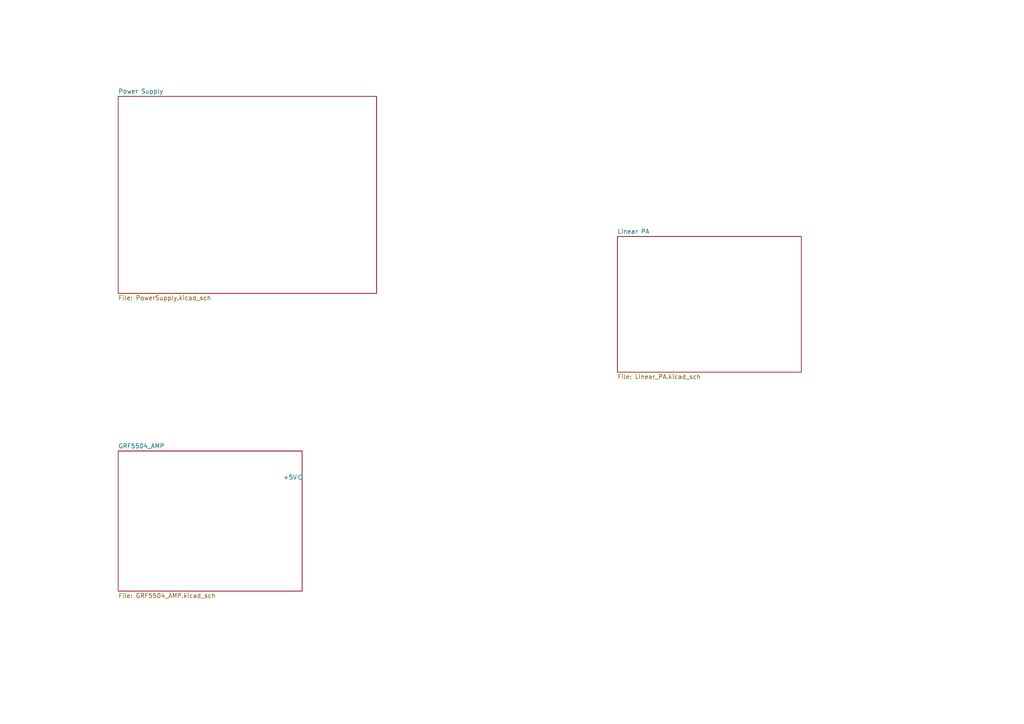
<source format=kicad_sch>
(kicad_sch (version 20230121) (generator eeschema)
  (paper "A4")
  (title_block (title "GRF5504 AMPLIFIER TEST BOARD") (date "2024-10-15") (rev "A") (company "AMSAT US") (comment 1 "CAMERON CASTILLO"))
  (lib_symbols)
  (sheet (at 179.07 68.58) (size 53.34 39.37) (stroke (width 0.1524))
    (property "Sheetname" "Linear PA" (at 179.07 67.8684 0) (effects (justify left bottom)))
    (property "Sheetfile" "Linear_PA.kicad_sch" (at 179.07 108.5346 0) (effects (justify left top)))
  )
  (sheet (at 34.29 27.94) (size 74.93 57.15) (stroke (width 0.1524))
    (property "Sheetname" "Power Supply" (at 34.29 27.2284 0) (effects (justify left bottom)))
    (property "Sheetfile" "PowerSupply.kicad_sch" (at 34.29 85.6746 0) (effects (justify left top)))
  )
  (sheet (at 34.29 130.81) (size 53.34 40.64) (stroke (width 0.1524))
    (property "Sheetname" "GRF5504_AMP" (at 34.29 130.0984 0) (effects (justify left bottom)))
    (property "Sheetfile" "GRF5504_AMP.kicad_sch" (at 34.29 172.0346 0) (effects (justify left top)))
    (pin "+5V" input (at 87.63 138.43 0))
  )
)
</source>
